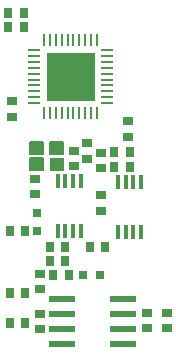
<source format=gtp>
G04 (created by PCBNEW (2013-jul-07)-stable) date Mon 28 Dec 2015 12:05:22 PM PST*
%MOIN*%
G04 Gerber Fmt 3.4, Leading zero omitted, Abs format*
%FSLAX34Y34*%
G01*
G70*
G90*
G04 APERTURE LIST*
%ADD10C,0.00393701*%
%ADD11C,0.002*%
%ADD12C,0.005*%
%ADD13R,0.0393X0.0098*%
%ADD14R,0.0098X0.0393*%
%ADD15R,0.1614X0.1614*%
%ADD16R,0.0275X0.0354*%
%ADD17R,0.0314X0.0314*%
%ADD18R,0.0354X0.0275*%
%ADD19R,0.0118X0.0472*%
%ADD20R,0.0472X0.0433*%
%ADD21R,0.0866X0.0236*%
G04 APERTURE END LIST*
G54D10*
G54D11*
X57257Y-41064D02*
X57356Y-40965D01*
X57356Y-40965D02*
X57671Y-40965D01*
X57671Y-40965D02*
X57671Y-41339D01*
X57671Y-41339D02*
X57257Y-41339D01*
X57257Y-41339D02*
X57257Y-41064D01*
G54D12*
X56579Y-40799D02*
X57012Y-40799D01*
X57012Y-40799D02*
X57012Y-40405D01*
X57012Y-40405D02*
X56579Y-40405D01*
X56579Y-40405D02*
X56579Y-40799D01*
X57248Y-40799D02*
X57681Y-40799D01*
X57681Y-40799D02*
X57681Y-40405D01*
X57681Y-40405D02*
X57248Y-40405D01*
X57248Y-40405D02*
X57248Y-40799D01*
X56579Y-41349D02*
X57012Y-41349D01*
X57012Y-41349D02*
X57012Y-40955D01*
X57012Y-40955D02*
X56579Y-40955D01*
X56579Y-40955D02*
X56579Y-41349D01*
G54D13*
X56706Y-37343D03*
X56706Y-37540D03*
X56706Y-37736D03*
X56706Y-37933D03*
X56706Y-38130D03*
X56706Y-38326D03*
X56706Y-38523D03*
X56706Y-38720D03*
X56706Y-38916D03*
X56706Y-39113D03*
G54D14*
X57041Y-39448D03*
X57238Y-39448D03*
X57434Y-39448D03*
X57631Y-39448D03*
X57828Y-39448D03*
X58024Y-39448D03*
X58221Y-39448D03*
X58418Y-39448D03*
X58614Y-39448D03*
X58811Y-39448D03*
G54D13*
X59146Y-39113D03*
X59146Y-38916D03*
X59146Y-38720D03*
X59146Y-38523D03*
X59146Y-38326D03*
X59146Y-38130D03*
X59146Y-37933D03*
X59146Y-37736D03*
X59146Y-37540D03*
X59146Y-37343D03*
G54D14*
X58811Y-37008D03*
X58614Y-37008D03*
X58418Y-37008D03*
X58221Y-37008D03*
X58024Y-37008D03*
X57828Y-37008D03*
X57631Y-37008D03*
X57434Y-37008D03*
X57238Y-37008D03*
X57041Y-37008D03*
G54D15*
X57926Y-38228D03*
G54D16*
X56401Y-43358D03*
X55891Y-43358D03*
G54D17*
X56815Y-42787D03*
X56815Y-43377D03*
G54D18*
X55989Y-39558D03*
X55989Y-39048D03*
X58477Y-40453D03*
X58477Y-40963D03*
X59839Y-39717D03*
X59839Y-40227D03*
G54D16*
X55852Y-36114D03*
X56362Y-36114D03*
X58568Y-43909D03*
X59078Y-43909D03*
X55852Y-36586D03*
X56362Y-36586D03*
X59383Y-40732D03*
X59893Y-40732D03*
X59383Y-41240D03*
X59893Y-41240D03*
G54D18*
X58949Y-40768D03*
X58949Y-41278D03*
X58949Y-42185D03*
X58949Y-42695D03*
G54D19*
X57494Y-41700D03*
X57750Y-41700D03*
X58005Y-41700D03*
X58261Y-41700D03*
X58261Y-43362D03*
X58005Y-43362D03*
X57750Y-43362D03*
X57494Y-43362D03*
G54D16*
X57230Y-43909D03*
X57740Y-43909D03*
G54D19*
X59502Y-41739D03*
X59758Y-41739D03*
X60013Y-41739D03*
X60269Y-41739D03*
X60269Y-43401D03*
X60013Y-43401D03*
X59758Y-43401D03*
X59502Y-43401D03*
G54D18*
X56737Y-41646D03*
X56737Y-42156D03*
X58036Y-40701D03*
X58036Y-41211D03*
G54D20*
X56796Y-41152D03*
X57464Y-41152D03*
X57464Y-40602D03*
X56796Y-40602D03*
G54D21*
X57643Y-46139D03*
X59689Y-46139D03*
X57643Y-45639D03*
X57643Y-46639D03*
X57643Y-47139D03*
X59689Y-45639D03*
X59689Y-46639D03*
X59689Y-47139D03*
G54D18*
X60477Y-46605D03*
X60477Y-46095D03*
X56894Y-46134D03*
X56894Y-46644D03*
X56894Y-45306D03*
X56894Y-44796D03*
X61146Y-46605D03*
X61146Y-46095D03*
G54D16*
X57740Y-44381D03*
X57230Y-44381D03*
X55891Y-45444D03*
X56401Y-45444D03*
G54D17*
X58921Y-44854D03*
X58331Y-44854D03*
G54D16*
X57858Y-44854D03*
X57348Y-44854D03*
X55891Y-46429D03*
X56401Y-46429D03*
M02*

</source>
